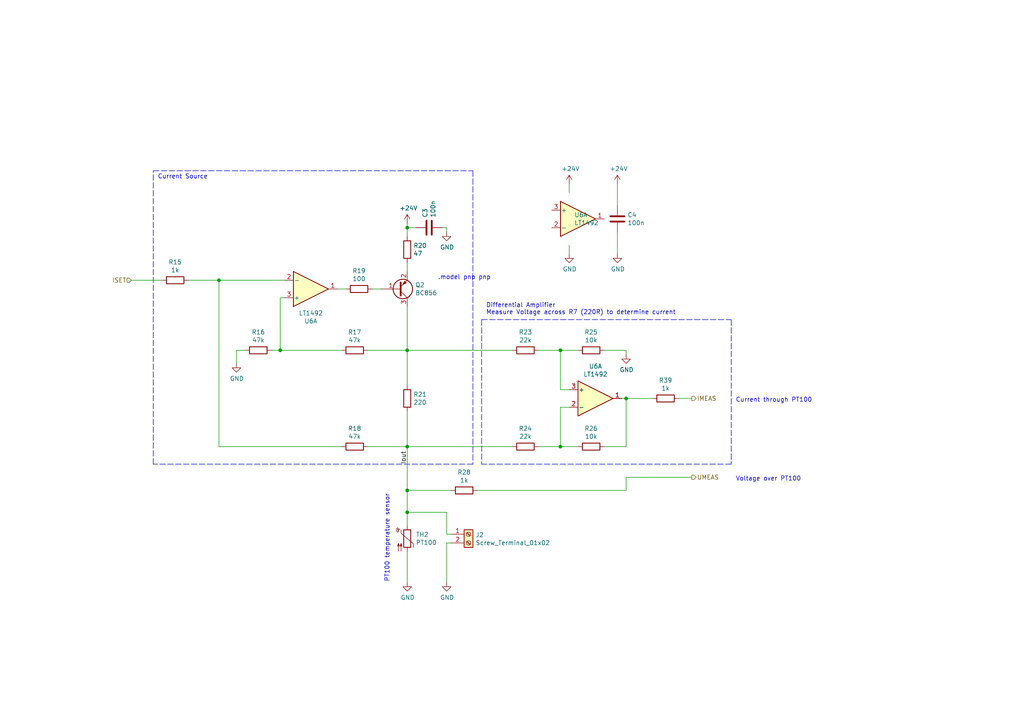
<source format=kicad_sch>
(kicad_sch (version 20211123) (generator eeschema)
  (paper "A4")
  (title_block (title "Open Flow Meter") (date "2021-03-30") (rev "1"))
  (lib_symbols
    (symbol "Amplifier_Operational:LT1492" (pin_names (offset 0.127))
      (property "Reference" "U" (at 0 5.08 0))
      (property "Value" "LT1492" (at 0 -5.08 0))
      (symbol "LT1492_1_1"
        (polyline (pts (xy -5.08 5.08) (xy 5.08 0) (xy -5.08 -5.08) (xy -5.08 5.08)) (stroke (width 0.254)) (fill (type background)))
        (pin output line (at 7.62 0 180) (length 2.54) (name "~") (number "1"))
        (pin input line (at -7.62 -2.54 0) (length 2.54) (name "-") (number "2"))
        (pin input line (at -7.62 2.54 0) (length 2.54) (name "+") (number "3"))
      )
      (symbol "LT1492_2_1"
        (polyline (pts (xy -5.08 5.08) (xy 5.08 0) (xy -5.08 -5.08) (xy -5.08 5.08)) (stroke (width 0.254)) (fill (type background)))
        (pin input line (at -7.62 2.54 0) (length 2.54) (name "+") (number "5"))
        (pin input line (at -7.62 -2.54 0) (length 2.54) (name "-") (number "6"))
        (pin output line (at 7.62 0 180) (length 2.54) (name "~") (number "7"))
      )
      (symbol "LT1492_3_1"
        (pin power_in line (at -2.54 -7.62 90) (length 3.81) (name "V-") (number "4"))
        (pin power_in line (at -2.54 7.62 270) (length 3.81) (name "V+") (number "8"))
      )
    )
    (symbol "Connector:Screw_Terminal_01x02" (pin_names (offset 1.016) hide)
      (property "Reference" "J" (at 0 2.54 0))
      (property "Value" "Screw_Terminal_01x02" (at 0 -5.08 0))
      (symbol "Screw_Terminal_01x02_1_1"
        (rectangle (start -1.27 1.27) (end 1.27 -3.81) (stroke (width 0.254)) (fill (type background)))
        (circle (center 0 -2.54) (radius 0.635) (stroke (width 0.1524)))
        (polyline (pts (xy -0.5334 -2.2098) (xy 0.3302 -3.048)) (stroke (width 0.1524)))
        (polyline (pts (xy -0.5334 0.3302) (xy 0.3302 -0.508)) (stroke (width 0.1524)))
        (polyline (pts (xy -0.3556 -2.032) (xy 0.508 -2.8702)) (stroke (width 0.1524)))
        (polyline (pts (xy -0.3556 0.508) (xy 0.508 -0.3302)) (stroke (width 0.1524)))
        (circle (center 0 0) (radius 0.635) (stroke (width 0.1524)))
        (pin passive line (at -5.08 0 0) (length 3.81) (name "Pin_1") (number "1"))
        (pin passive line (at -5.08 -2.54 0) (length 3.81) (name "Pin_2") (number "2"))
      )
    )
    (symbol "Device:C" (pin_numbers hide) (pin_names (offset 0.254))
      (property "Reference" "C" (at 0.635 2.54 0))
      (property "Value" "C" (at 0.635 -2.54 0))
      (symbol "C_0_1"
        (polyline (pts (xy -2.032 -0.762) (xy 2.032 -0.762)) (stroke (width 0.508)))
        (polyline (pts (xy -2.032 0.762) (xy 2.032 0.762)) (stroke (width 0.508)))
      )
      (symbol "C_1_1"
        (pin passive line (at 0 3.81 270) (length 2.794) (name "~") (number "1"))
        (pin passive line (at 0 -3.81 90) (length 2.794) (name "~") (number "2"))
      )
    )
    (symbol "Device:R" (pin_numbers hide) (pin_names (offset 0))
      (property "Reference" "R" (at 2.032 0 90))
      (property "Value" "R" (at 0 0 90))
      (symbol "R_0_1"
        (rectangle (start -1.016 -2.54) (end 1.016 2.54) (stroke (width 0.254)))
      )
      (symbol "R_1_1"
        (pin passive line (at 0 3.81 270) (length 1.27) (name "~") (number "1"))
        (pin passive line (at 0 -3.81 90) (length 1.27) (name "~") (number "2"))
      )
    )
    (symbol "Sensor_Temperature:PT100" (pin_numbers hide) (pin_names (offset 0))
      (property "Reference" "TH" (at -4.445 0 90))
      (property "Value" "PT100" (at 3.175 0 90))
      (symbol "PT100_0_1"
        (arc (start -3.048 2.159) (mid -3.0505 2.3165) (end -3.175 2.413))
        (arc (start -3.048 2.159) (mid -2.9736 1.9794) (end -2.794 1.905))
        (arc (start -3.048 2.794) (mid -2.9736 2.6144) (end -2.794 2.54))
        (arc (start -2.794 1.905) (mid -2.6144 1.9794) (end -2.54 2.159))
        (arc (start -2.794 2.54) (mid -2.434 2.5608) (end -2.159 2.794))
        (arc (start -2.794 3.048) (mid -2.9736 2.9736) (end -3.048 2.794))
        (arc (start -2.54 2.794) (mid -2.6144 2.9736) (end -2.794 3.048))
        (rectangle (start -1.016 2.54) (end 1.016 -2.54) (stroke (width 0.254)))
        (polyline (pts (xy -2.54 2.159) (xy -2.54 2.794)))
        (polyline (pts (xy -1.778 2.54) (xy -1.778 1.524) (xy 1.778 -1.524) (xy 1.778 -2.54)))
        (polyline (pts (xy -2.54 -3.683) (xy -2.54 -1.397) (xy -2.794 -2.159) (xy -2.286 -2.159) (xy -2.54 -1.397) (xy -2.54 -1.651)) (fill (type outline)))
        (polyline (pts (xy -1.778 -3.683) (xy -1.778 -1.397) (xy -2.032 -2.159) (xy -1.524 -2.159) (xy -1.778 -1.397) (xy -1.778 -1.651)) (fill (type outline)))
      )
      (symbol "PT100_1_1"
        (pin passive line (at 0 3.81 270) (length 1.27) (name "~") (number "1"))
        (pin passive line (at 0 -3.81 90) (length 1.27) (name "~") (number "2"))
      )
    )
    (symbol "Transistor_BJT:BC856" (pin_names (offset 0) hide)
      (property "Reference" "Q" (at 5.08 1.905 0))
      (property "Value" "BC856" (at 5.08 0 0))
      (symbol "BC856_0_1"
        (polyline (pts (xy 0.635 0.635) (xy 2.54 2.54)))
        (polyline (pts (xy 0.635 -0.635) (xy 2.54 -2.54) (xy 2.54 -2.54)))
        (polyline (pts (xy 0.635 1.905) (xy 0.635 -1.905) (xy 0.635 -1.905)) (stroke (width 0.508)))
        (polyline (pts (xy 2.286 -1.778) (xy 1.778 -2.286) (xy 1.27 -1.27) (xy 2.286 -1.778) (xy 2.286 -1.778)) (fill (type outline)))
        (circle (center 1.27 0) (radius 2.8194) (stroke (width 0.254)))
      )
      (symbol "BC856_1_1"
        (pin input line (at -5.08 0 0) (length 5.715) (name "B") (number "1"))
        (pin passive line (at 2.54 -5.08 90) (length 2.54) (name "E") (number "2"))
        (pin passive line (at 2.54 5.08 270) (length 2.54) (name "C") (number "3"))
      )
    )
    (symbol "power:+24V" (power) (pin_names (offset 0))
      (property "Value" "+24V" (at 0 3.556 0))
      (symbol "+24V_0_1"
        (polyline (pts (xy -0.762 1.27) (xy 0 2.54)))
        (polyline (pts (xy 0 0) (xy 0 2.54)))
        (polyline (pts (xy 0 2.54) (xy 0.762 1.27)))
      )
      (symbol "+24V_1_1"
        (pin power_in line (at 0 0 90) (length 0) hide (name "+24V") (number "1"))
      )
    )
    (symbol "power:GND" (power) (pin_names (offset 0))
      (property "Value" "GND" (at 0 -3.81 0))
      (symbol "GND_0_1"
        (polyline (pts (xy 0 0) (xy 0 -1.27) (xy 1.27 -1.27) (xy 0 -2.54) (xy -1.27 -1.27) (xy 0 -1.27)))
      )
      (symbol "GND_1_1"
        (pin power_in line (at 0 0 270) (length 0) hide (name "GND") (number "1"))
      )
    )
  )
  (junction (at 181.61 115.57))
  (junction (at 118.11 66.04))
  (junction (at 118.11 101.6))
  (junction (at 63.5 81.28))
  (junction (at 162.56 101.6))
  (junction (at 118.11 142.24))
  (junction (at 81.28 101.6))
  (junction (at 118.11 129.54))
  (junction (at 118.11 148.59))
  (junction (at 162.56 129.54))
  (wire (pts (xy 118.11 148.59) (xy 118.11 152.4)))
  (wire (pts (xy 110.49 83.82) (xy 107.95 83.82)))
  (polyline (pts (xy 44.45 49.53) (xy 137.16 49.53)))
  (polyline (pts (xy 212.09 92.71) (xy 212.09 134.62)))
  (wire (pts (xy 129.54 157.48) (xy 129.54 168.91)))
  (wire (pts (xy 120.65 66.04) (xy 118.11 66.04)))
  (wire (pts (xy 165.1 71.12) (xy 165.1 73.66)))
  (wire (pts (xy 196.85 115.57) (xy 200.66 115.57)))
  (wire (pts (xy 129.54 154.94) (xy 130.81 154.94)))
  (wire (pts (xy 148.59 101.6) (xy 118.11 101.6)))
  (wire (pts (xy 179.07 67.31) (xy 179.07 73.66)))
  (wire (pts (xy 165.1 55.88) (xy 165.1 53.34)))
  (wire (pts (xy 162.56 118.11) (xy 162.56 129.54)))
  (wire (pts (xy 175.26 129.54) (xy 181.61 129.54)))
  (polyline (pts (xy 44.45 134.62) (xy 44.45 49.53)))
  (wire (pts (xy 165.1 118.11) (xy 162.56 118.11)))
  (polyline (pts (xy 137.16 49.53) (xy 137.16 134.62)))
  (wire (pts (xy 54.61 81.28) (xy 63.5 81.28)))
  (wire (pts (xy 138.43 142.24) (xy 181.61 142.24)))
  (wire (pts (xy 71.12 101.6) (xy 68.58 101.6)))
  (wire (pts (xy 162.56 101.6) (xy 167.64 101.6)))
  (wire (pts (xy 181.61 115.57) (xy 189.23 115.57)))
  (wire (pts (xy 118.11 119.38) (xy 118.11 129.54)))
  (wire (pts (xy 118.11 66.04) (xy 118.11 64.77)))
  (wire (pts (xy 81.28 101.6) (xy 78.74 101.6)))
  (wire (pts (xy 100.33 83.82) (xy 97.79 83.82)))
  (wire (pts (xy 106.68 101.6) (xy 118.11 101.6)))
  (wire (pts (xy 179.07 53.34) (xy 179.07 59.69)))
  (wire (pts (xy 129.54 148.59) (xy 129.54 154.94)))
  (polyline (pts (xy 212.09 134.62) (xy 139.7 134.62)))
  (wire (pts (xy 175.26 101.6) (xy 181.61 101.6)))
  (wire (pts (xy 129.54 66.04) (xy 128.27 66.04)))
  (wire (pts (xy 118.11 129.54) (xy 118.11 142.24)))
  (wire (pts (xy 118.11 88.9) (xy 118.11 101.6)))
  (wire (pts (xy 130.81 142.24) (xy 118.11 142.24)))
  (wire (pts (xy 118.11 129.54) (xy 106.68 129.54)))
  (wire (pts (xy 129.54 67.31) (xy 129.54 66.04)))
  (wire (pts (xy 99.06 129.54) (xy 63.5 129.54)))
  (wire (pts (xy 68.58 101.6) (xy 68.58 105.41)))
  (wire (pts (xy 130.81 157.48) (xy 129.54 157.48)))
  (wire (pts (xy 181.61 115.57) (xy 181.61 129.54)))
  (wire (pts (xy 82.55 86.36) (xy 81.28 86.36)))
  (wire (pts (xy 162.56 129.54) (xy 167.64 129.54)))
  (wire (pts (xy 118.11 129.54) (xy 148.59 129.54)))
  (wire (pts (xy 156.21 129.54) (xy 162.56 129.54)))
  (wire (pts (xy 63.5 81.28) (xy 63.5 129.54)))
  (wire (pts (xy 81.28 101.6) (xy 99.06 101.6)))
  (polyline (pts (xy 137.16 134.62) (xy 44.45 134.62)))
  (polyline (pts (xy 139.7 92.71) (xy 212.09 92.71)))
  (wire (pts (xy 38.1 81.28) (xy 46.99 81.28)))
  (wire (pts (xy 118.11 101.6) (xy 118.11 111.76)))
  (wire (pts (xy 181.61 101.6) (xy 181.61 102.87)))
  (wire (pts (xy 81.28 86.36) (xy 81.28 101.6)))
  (wire (pts (xy 118.11 68.58) (xy 118.11 66.04)))
  (wire (pts (xy 181.61 138.43) (xy 200.66 138.43)))
  (wire (pts (xy 156.21 101.6) (xy 162.56 101.6)))
  (wire (pts (xy 180.34 115.57) (xy 181.61 115.57)))
  (wire (pts (xy 165.1 113.03) (xy 162.56 113.03)))
  (wire (pts (xy 118.11 78.74) (xy 118.11 76.2)))
  (wire (pts (xy 63.5 81.28) (xy 82.55 81.28)))
  (wire (pts (xy 118.11 142.24) (xy 118.11 148.59)))
  (wire (pts (xy 181.61 142.24) (xy 181.61 138.43)))
  (wire (pts (xy 118.11 148.59) (xy 129.54 148.59)))
  (polyline (pts (xy 139.7 92.71) (xy 139.7 134.62)))
  (wire (pts (xy 118.11 160.02) (xy 118.11 168.91)))
  (wire (pts (xy 162.56 101.6) (xy 162.56 113.03)))
  (text "Voltage over PT100" (at 213.36 139.7 0) (effects (font (size 1.27 1.27)) (justify left bottom)))
  (text "Current through PT100" (at 213.36 116.84 0) (effects (font (size 1.27 1.27)) (justify left bottom)))
  (text ".model pnp pnp" (at 127 81.28 0) (effects (font (size 1.27 1.27)) (justify left bottom)))
  (text "Differential Amplifier\nMeasure Voltage across R7 (220R) to determine current" (at 140.97 91.44 0) (effects (font (size 1.27 1.27)) (justify left bottom)))
  (text "PT100 temperature sensor" (at 113.03 168.91 90) (effects (font (size 1.27 1.27)) (justify left bottom)))
  (text "Current Source" (at 45.72 52.07 0) (effects (font (size 1.27 1.27)) (justify left bottom)))
  (label "Iout" (at 118.11 134.62 90))
  (hierarchical_label "ISET" (shape input) (at 38.1 81.28 180))
  (hierarchical_label "IMEAS" (shape output) (at 200.66 115.57 0))
  (hierarchical_label "UMEAS" (shape output) (at 200.66 138.43 0))
  (symbol (lib_id "Amplifier_Operational:LT1492") (at 90.17 83.82 0) (mirror x)
    (property "Reference" "U6" (at 90.17 93.1418 0))
    (property "Value" "LT1492" (at 90.17 90.8304 0))
    (property "Footprint" "Package_SO:SOIC-8_3.9x4.9mm_P1.27mm" (effects hide))
    (property "Datasheet" "https://www.analog.com/media/en/technical-documentation/data-sheets/14923f.pdf" (effects hide))
  )
  (symbol (lib_id "Amplifier_Operational:LT1492") (at 172.72 115.57 0)
    (property "Reference" "U6" (at 172.72 106.2482 0))
    (property "Value" "LT1492" (at 172.72 108.5596 0))
    (property "Footprint" "Package_SO:SOIC-8_3.9x4.9mm_P1.27mm" (effects hide))
    (property "Datasheet" "https://www.analog.com/media/en/technical-documentation/data-sheets/14923f.pdf" (effects hide))
  )
  (symbol (lib_id "Amplifier_Operational:LT1492") (at 167.64 63.5 0)
    (property "Reference" "U6" (at 166.5732 62.3316 0) (effects (justify left)))
    (property "Value" "LT1492" (at 166.5732 64.643 0) (effects (justify left)))
    (property "Footprint" "Package_SO:SOIC-8_3.9x4.9mm_P1.27mm" (effects hide))
    (property "Datasheet" "https://www.analog.com/media/en/technical-documentation/data-sheets/14923f.pdf" (effects hide))
  )
  (symbol (lib_id "Device:R") (at 50.8 81.28 270)
    (property "Reference" "R15" (at 50.8 76.0222 90))
    (property "Value" "1k" (at 50.8 78.3336 90))
    (property "Footprint" "Resistor_SMD:R_0603_1608Metric" (effects hide))
  )
  (symbol (lib_id "Device:R") (at 102.87 129.54 270)
    (property "Reference" "R18" (at 102.87 124.2822 90))
    (property "Value" "47k" (at 102.87 126.5936 90))
    (property "Footprint" "Resistor_SMD:R_0603_1608Metric" (effects hide))
  )
  (symbol (lib_id "Device:R") (at 118.11 72.39 0)
    (property "Reference" "R20" (at 119.888 71.2216 0) (effects (justify left)))
    (property "Value" "47" (at 119.888 73.533 0) (effects (justify left)))
    (property "Footprint" "Resistor_SMD:R_0603_1608Metric" (effects hide))
  )
  (symbol (lib_id "Device:R") (at 104.14 83.82 270)
    (property "Reference" "R19" (at 104.14 78.5622 90))
    (property "Value" "100" (at 104.14 80.8736 90))
    (property "Footprint" "Resistor_SMD:R_0603_1608Metric" (effects hide))
  )
  (symbol (lib_id "Device:R") (at 118.11 115.57 0)
    (property "Reference" "R21" (at 119.888 114.4016 0) (effects (justify left)))
    (property "Value" "220" (at 119.888 116.713 0) (effects (justify left)))
    (property "Footprint" "Resistor_SMD:R_0603_1608Metric" (effects hide))
  )
  (symbol (lib_id "Device:R") (at 102.87 101.6 270)
    (property "Reference" "R17" (at 102.87 96.3422 90))
    (property "Value" "47k" (at 102.87 98.6536 90))
    (property "Footprint" "Resistor_SMD:R_0603_1608Metric" (effects hide))
  )
  (symbol (lib_id "Device:R") (at 74.93 101.6 270)
    (property "Reference" "R16" (at 74.93 96.3422 90))
    (property "Value" "47k" (at 74.93 98.6536 90))
    (property "Footprint" "Resistor_SMD:R_0603_1608Metric" (effects hide))
  )
  (symbol (lib_id "power:GND") (at 68.58 105.41 0)
    (property "Reference" "#PWR0101" (effects hide))
    (property "Value" "GND" (at 68.707 109.8042 0))
  )
  (symbol (lib_id "power:+24V") (at 118.11 64.77 0)
    (property "Reference" "#PWR0103" (effects hide))
    (property "Value" "+24V" (at 118.491 60.3758 0))
  )
  (symbol (lib_id "power:+24V") (at 165.1 53.34 0)
    (property "Reference" "#PWR0104" (effects hide))
    (property "Value" "+24V" (at 165.481 48.9458 0))
  )
  (symbol (lib_id "power:GND") (at 165.1 73.66 0)
    (property "Reference" "#PWR0105" (effects hide))
    (property "Value" "GND" (at 165.227 78.0542 0))
  )
  (symbol (lib_id "Device:R") (at 152.4 101.6 270)
    (property "Reference" "R23" (at 152.4 96.3422 90))
    (property "Value" "22k" (at 152.4 98.6536 90))
    (property "Footprint" "Resistor_SMD:R_0603_1608Metric" (effects hide))
  )
  (symbol (lib_id "Device:R") (at 152.4 129.54 270)
    (property "Reference" "R24" (at 152.4 124.2822 90))
    (property "Value" "22k" (at 152.4 126.5936 90))
    (property "Footprint" "Resistor_SMD:R_0603_1608Metric" (effects hide))
  )
  (symbol (lib_id "Device:R") (at 171.45 101.6 270)
    (property "Reference" "R25" (at 171.45 96.3422 90))
    (property "Value" "10k" (at 171.45 98.6536 90))
    (property "Footprint" "Resistor_SMD:R_0603_1608Metric" (effects hide))
  )
  (symbol (lib_id "Device:R") (at 171.45 129.54 270)
    (property "Reference" "R26" (at 171.45 124.2822 90))
    (property "Value" "10k" (at 171.45 126.5936 90))
    (property "Footprint" "Resistor_SMD:R_0603_1608Metric" (effects hide))
  )
  (symbol (lib_id "power:GND") (at 181.61 102.87 0)
    (property "Reference" "#PWR0106" (effects hide))
    (property "Value" "GND" (at 181.737 107.2642 0))
  )
  (symbol (lib_id "power:GND") (at 118.11 168.91 0)
    (property "Reference" "#PWR0107" (effects hide))
    (property "Value" "GND" (at 118.237 173.3042 0))
  )
  (symbol (lib_id "Transistor_BJT:BC856") (at 115.57 83.82 0) (mirror x)
    (property "Reference" "Q2" (at 120.4214 82.6516 0) (effects (justify left)))
    (property "Value" "BC856" (at 120.4214 84.963 0) (effects (justify left)))
    (property "Footprint" "Package_TO_SOT_SMD:SOT-23" (effects hide))
    (property "Datasheet" "https://www.onsemi.com/pub/Collateral/BC860-D.pdf" (effects hide))
    (property "Spice_Primitive" "Q" (effects hide))
    (property "Spice_Model" "pnp" (effects hide))
    (property "Spice_Netlist_Enabled" "Y" (effects hide))
  )
  (symbol (lib_id "Connector:Screw_Terminal_01x02") (at 135.89 154.94 0)
    (property "Reference" "J2" (at 137.922 155.1432 0) (effects (justify left)))
    (property "Value" "Screw_Terminal_01x02" (at 137.922 157.4546 0) (effects (justify left)))
    (property "Footprint" "TerminalBlock_RND:TerminalBlock_RND_205-00232_1x02_P5.08mm_Horizontal" (effects hide))
  )
  (symbol (lib_id "power:GND") (at 129.54 168.91 0)
    (property "Reference" "#PWR0111" (effects hide))
    (property "Value" "GND" (at 129.667 173.3042 0))
  )
  (symbol (lib_id "Device:R") (at 134.62 142.24 270)
    (property "Reference" "R28" (at 134.62 136.9822 90))
    (property "Value" "1k" (at 134.62 139.2936 90))
    (property "Footprint" "Resistor_SMD:R_0603_1608Metric" (effects hide))
  )
  (symbol (lib_id "Sensor_Temperature:PT100") (at 118.11 156.21 0)
    (property "Reference" "TH2" (at 120.5992 155.0416 0) (effects (justify left)))
    (property "Value" "PT100" (at 120.5992 157.353 0) (effects (justify left)))
    (property "Footprint" "Resistor_SMD:R_0805_2012Metric" (effects hide))
    (property "Datasheet" "https://www.heraeus.com/media/media/group/doc_group/products_1/hst/sot_to/de_15/to_92_d.pdf" (effects hide))
  )
  (symbol (lib_id "Device:C") (at 179.07 63.5 0)
    (property "Reference" "C4" (at 181.991 62.3316 0) (effects (justify left)))
    (property "Value" "100n" (at 181.991 64.643 0) (effects (justify left)))
    (property "Footprint" "Capacitor_SMD:C_0603_1608Metric" (effects hide))
  )
  (symbol (lib_id "Device:C") (at 124.46 66.04 90)
    (property "Reference" "C3" (at 123.2916 63.119 0) (effects (justify left)))
    (property "Value" "100n" (at 125.603 63.119 0) (effects (justify left)))
    (property "Footprint" "Capacitor_SMD:C_0603_1608Metric" (effects hide))
  )
  (symbol (lib_id "power:GND") (at 129.54 67.31 0)
    (property "Reference" "#PWR014" (effects hide))
    (property "Value" "GND" (at 129.667 71.7042 0))
  )
  (symbol (lib_id "power:GND") (at 179.07 73.66 0)
    (property "Reference" "#PWR016" (effects hide))
    (property "Value" "GND" (at 179.197 78.0542 0))
  )
  (symbol (lib_id "power:+24V") (at 179.07 53.34 0)
    (property "Reference" "#PWR015" (effects hide))
    (property "Value" "+24V" (at 179.451 48.9458 0))
  )
  (symbol (lib_id "Device:R") (at 193.04 115.57 270)
    (property "Reference" "R39" (at 193.04 110.3122 90))
    (property "Value" "1k" (at 193.04 112.6236 90))
    (property "Footprint" "Resistor_SMD:R_0603_1608Metric" (effects hide))
  )
)
</source>
